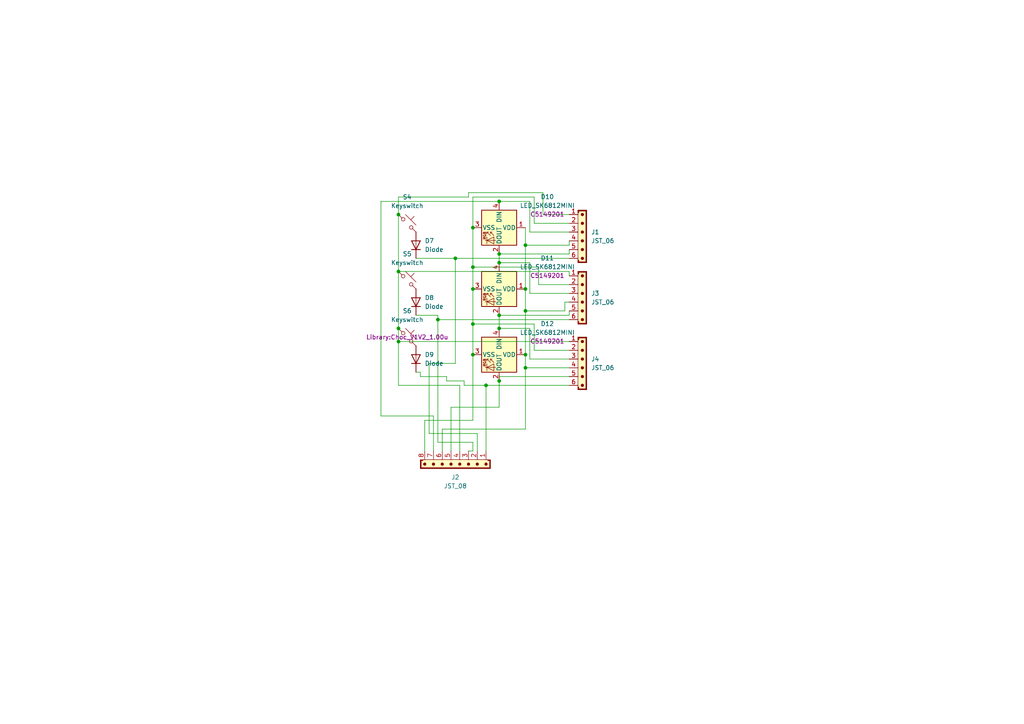
<source format=kicad_sch>
(kicad_sch (version 20250114) (generator "eeschema") (generator_version "9.0")
  (paper "A4")
  (lib_symbols
    (symbol "PCM_SL_Connectors:JST_06"
      (property "Reference" "J" (at 0 12.7 0))
      (property "Value" "JST_06" (at 0 10.16 0))
      (symbol "JST_06_0_1"
        (rectangle (start -1.27 7.62) (end 1.27 -7.62) (fill (type background)))
        (polyline (pts (xy -1.27 -6.858) (xy -1.27 -7.62) (xy 1.27 -7.62) (xy 1.27 -6.858) (xy 1.016 -6.858) (xy 1.016 -7.366) (xy -1.016 -7.366) (xy -1.016 -6.858) (xy -1.27 -6.858)) (fill (type outline)))
        (circle (center 0 6.35) (radius 0.381) (fill (type outline)))
        (circle (center 0 3.81) (radius 0.381) (fill (type outline)))
        (circle (center 0 1.27) (radius 0.381) (fill (type outline)))
        (circle (center 0 -1.27) (radius 0.381) (fill (type outline)))
        (circle (center 0 -3.81) (radius 0.381) (fill (type outline)))
        (circle (center 0 -6.35) (radius 0.381) (fill (type outline)))
        (rectangle (start 1.016 -6.858) (end 1.27 6.858) (fill (type outline)))
        (rectangle (start 1.016 -6.858) (end 1.27 -6.858))
        (polyline (pts (xy 1.27 6.858) (xy 1.27 7.62) (xy -1.27 7.62) (xy -1.27 6.858) (xy -1.016 6.858) (xy -1.016 7.366) (xy 1.016 7.366) (xy 1.016 6.858) (xy 1.27 6.858)) (fill (type outline)))
      )
      (symbol "JST_06_1_1"
        (pin passive line (at -3.81 6.35 0) (length 2.54) (name "") (number "1"))
        (pin passive line (at -3.81 3.81 0) (length 2.54) (name "") (number "2"))
        (pin passive line (at -3.81 1.27 0) (length 2.54) (name "") (number "3"))
        (pin passive line (at -3.81 -1.27 0) (length 2.54) (name "") (number "4"))
        (pin passive line (at -3.81 -3.81 0) (length 2.54) (name "") (number "5"))
        (pin passive line (at -3.81 -6.35 0) (length 2.54) (name "") (number "6"))
      )
    )
    (symbol "PCM_SL_Connectors:JST_08"
      (property "Reference" "J" (at 0 15.24 0))
      (property "Value" "JST_08" (at 0 12.7 0))
      (symbol "JST_08_0_1"
        (rectangle (start -1.27 10.16) (end 1.27 -10.16) (fill (type background)))
        (polyline (pts (xy -1.27 -9.398) (xy -1.27 -10.16) (xy 1.27 -10.16) (xy 1.27 -9.398) (xy 1.016 -9.398) (xy 1.016 -9.906) (xy -1.016 -9.906) (xy -1.016 -9.398) (xy -1.27 -9.398)) (fill (type outline)))
        (circle (center 0 8.89) (radius 0.381) (fill (type outline)))
        (circle (center 0 6.35) (radius 0.381) (fill (type outline)))
        (circle (center 0 3.81) (radius 0.381) (fill (type outline)))
        (circle (center 0 1.27) (radius 0.381) (fill (type outline)))
        (circle (center 0 -1.27) (radius 0.381) (fill (type outline)))
        (circle (center 0 -3.81) (radius 0.381) (fill (type outline)))
        (circle (center 0 -6.35) (radius 0.381) (fill (type outline)))
        (circle (center 0 -8.89) (radius 0.381) (fill (type outline)))
        (rectangle (start 1.016 9.398) (end 1.27 -9.398) (fill (type outline)))
        (rectangle (start 1.016 -4.318) (end 1.27 -4.318))
        (polyline (pts (xy 1.27 9.398) (xy 1.27 10.16) (xy -1.27 10.16) (xy -1.27 9.398) (xy -1.016 9.398) (xy -1.016 9.906) (xy 1.016 9.906) (xy 1.016 9.398) (xy 1.27 9.398)) (fill (type outline)))
      )
      (symbol "JST_08_1_1"
        (pin passive line (at -3.81 8.89 0) (length 2.54) (name "") (number "1"))
        (pin passive line (at -3.81 6.35 0) (length 2.54) (name "") (number "2"))
        (pin passive line (at -3.81 3.81 0) (length 2.54) (name "") (number "3"))
        (pin passive line (at -3.81 1.27 0) (length 2.54) (name "") (number "4"))
        (pin passive line (at -3.81 -1.27 0) (length 2.54) (name "") (number "5"))
        (pin passive line (at -3.81 -3.81 0) (length 2.54) (name "") (number "6"))
        (pin passive line (at -3.81 -6.35 0) (length 2.54) (name "") (number "7"))
        (pin passive line (at -3.81 -8.89 0) (length 2.54) (name "") (number "8"))
      )
    )
    (symbol "ScottoKeebs:LED_SK6812MINI" (pin_names (offset 0.254))
      (property "Reference" "D" (at 2.032 5.588 0))
      (property "Value" "LED_SK6812MINI" (at 1.27 -5.715 0))
      (property "LCSC" "C5149201" (at 0 0 0))
      (symbol "LED_SK6812MINI_0_0"
        (text "RGB" (at 2.286 -4.191 0) (effects (font (size 0.762 0.762))))
      )
      (symbol "LED_SK6812MINI_0_1"
        (rectangle (start -5.08 5.08) (end 5.08 -5.08) (stroke (width 0.254)) (fill (type background)))
        (polyline (pts (xy 1.27 -2.54) (xy 1.778 -2.54)))
        (polyline (pts (xy 1.27 -3.556) (xy 1.778 -3.556)))
        (polyline (pts (xy 2.286 -1.524) (xy 1.27 -2.54) (xy 1.27 -2.032)))
        (polyline (pts (xy 2.286 -2.54) (xy 1.27 -3.556) (xy 1.27 -3.048)))
        (polyline (pts (xy 3.683 -1.016) (xy 3.683 -3.556) (xy 3.683 -4.064)))
        (polyline (pts (xy 4.699 -1.524) (xy 2.667 -1.524) (xy 3.683 -3.556) (xy 4.699 -1.524)))
        (polyline (pts (xy 4.699 -3.556) (xy 2.667 -3.556)))
      )
      (symbol "LED_SK6812MINI_1_1"
        (pin input line (at -7.62 0 0) (length 2.54) (name "DIN") (number "4"))
        (pin power_in line (at 0 7.62 270) (length 2.54) (name "VDD") (number "1"))
        (pin power_in line (at 0 -7.62 90) (length 2.54) (name "VSS") (number "3"))
        (pin output line (at 7.62 0 180) (length 2.54) (name "DOUT") (number "2"))
      )
    )
    (symbol "ScottoKeebs:Placeholder_Diode" (pin_numbers (hide yes)) (pin_names (hide yes))
      (property "Reference" "D" (at 0 2.54 0))
      (property "Value" "Diode" (at 0 -2.54 0))
      (symbol "Placeholder_Diode_0_1"
        (polyline (pts (xy -1.27 1.27) (xy -1.27 -1.27)) (stroke (width 0.254)))
        (polyline (pts (xy 1.27 1.27) (xy 1.27 -1.27) (xy -1.27 0) (xy 1.27 1.27)) (stroke (width 0.254)))
        (polyline (pts (xy 1.27 0) (xy -1.27 0)))
      )
      (symbol "Placeholder_Diode_1_1"
        (pin passive line (at -3.81 0 0) (length 2.54) (name "K") (number "1"))
        (pin passive line (at 3.81 0 180) (length 2.54) (name "A") (number "2"))
      )
    )
    (symbol "ScottoKeebs:Placeholder_Keyswitch" (pin_numbers (hide yes)) (pin_names (offset 1.016) (hide yes))
      (property "Reference" "S" (at 3.048 1.016 0))
      (property "Value" "Keyswitch" (at 0 -3.81 0))
      (symbol "Placeholder_Keyswitch_0_1"
        (polyline (pts (xy -2.54 2.54) (xy -1.524 1.524) (xy -1.524 1.524)))
        (circle (center -1.1684 1.1684) (radius 0.508))
        (polyline (pts (xy -0.508 2.54) (xy 2.54 -0.508)))
        (polyline (pts (xy 1.016 1.016) (xy 2.032 2.032)))
        (circle (center 1.143 -1.1938) (radius 0.508))
        (polyline (pts (xy 1.524 -1.524) (xy 2.54 -2.54) (xy 2.54 -2.54) (xy 2.54 -2.54)))
        (pin passive line (at -2.54 2.54 0) (length 0) (name "1") (number "1"))
        (pin passive line (at 2.54 -2.54 180) (length 0) (name "2") (number "2"))
      )
    )
  )
  (junction (at 137.16 77.47))
  (junction (at 132.08 74.93))
  (junction (at 115.57 62.23))
  (junction (at 137.16 83.82))
  (junction (at 144.78 76.2))
  (junction (at 144.78 58.42))
  (junction (at 152.4 106.68))
  (junction (at 152.4 90.17))
  (junction (at 152.4 83.82))
  (junction (at 144.78 91.44))
  (junction (at 144.78 110.49))
  (junction (at 115.57 95.25))
  (junction (at 115.57 78.74))
  (junction (at 144.78 73.66))
  (junction (at 152.4 102.87))
  (junction (at 152.4 71.12))
  (junction (at 137.16 102.87))
  (junction (at 137.16 93.98))
  (junction (at 137.16 66.04))
  (junction (at 140.97 111.76))
  (junction (at 115.57 99.06))
  (junction (at 144.78 95.25))
  (junction (at 127 92.71))
  (wire (pts (xy 163.83 90.17) (xy 163.83 87.63)))
  (wire (pts (xy 125.73 120.65) (xy 125.73 130.81)))
  (wire (pts (xy 115.57 78.74) (xy 115.57 95.25)))
  (wire (pts (xy 110.49 58.42) (xy 110.49 120.65)))
  (wire (pts (xy 152.4 83.82) (xy 152.4 90.17)))
  (wire (pts (xy 144.78 91.44) (xy 165.1 91.44)))
  (wire (pts (xy 165.1 104.14) (xy 153.67 104.14)))
  (wire (pts (xy 140.97 111.76) (xy 165.1 111.76)))
  (wire (pts (xy 130.81 118.11) (xy 130.81 130.81)))
  (wire (pts (xy 115.57 62.23) (xy 115.57 57.15)))
  (wire (pts (xy 137.16 77.47) (xy 156.21 77.47)))
  (wire (pts (xy 153.67 67.31) (xy 165.1 67.31)))
  (wire (pts (xy 163.83 87.63) (xy 165.1 87.63)))
  (wire (pts (xy 115.57 62.23) (xy 115.57 78.74)))
  (wire (pts (xy 157.48 55.88) (xy 157.48 62.23)))
  (wire (pts (xy 138.43 125.73) (xy 138.43 130.81)))
  (wire (pts (xy 120.65 107.95) (xy 121.92 107.95)))
  (wire (pts (xy 121.92 107.95) (xy 121.92 109.22)))
  (wire (pts (xy 154.94 57.15) (xy 137.16 57.15)))
  (wire (pts (xy 152.4 71.12) (xy 165.1 71.12)))
  (wire (pts (xy 152.4 90.17) (xy 152.4 102.87)))
  (wire (pts (xy 165.1 78.74) (xy 165.1 80.01)))
  (wire (pts (xy 153.67 76.2) (xy 144.78 76.2)))
  (wire (pts (xy 165.1 85.09) (xy 153.67 85.09)))
  (wire (pts (xy 128.27 124.46) (xy 128.27 130.81)))
  (wire (pts (xy 165.1 64.77) (xy 154.94 64.77)))
  (wire (pts (xy 154.94 93.98) (xy 137.16 93.98)))
  (wire (pts (xy 127 91.44) (xy 127 92.71)))
  (wire (pts (xy 152.4 71.12) (xy 152.4 83.82)))
  (wire (pts (xy 156.21 77.47) (xy 156.21 82.55)))
  (wire (pts (xy 137.16 128.27) (xy 137.16 130.81)))
  (wire (pts (xy 127 92.71) (xy 127 128.27)))
  (wire (pts (xy 115.57 95.25) (xy 115.57 99.06)))
  (wire (pts (xy 135.89 55.88) (xy 157.48 55.88)))
  (wire (pts (xy 157.48 62.23) (xy 165.1 62.23)))
  (wire (pts (xy 134.62 111.76) (xy 140.97 111.76)))
  (wire (pts (xy 153.67 95.25) (xy 144.78 95.25)))
  (wire (pts (xy 144.78 110.49) (xy 144.78 118.11)))
  (wire (pts (xy 124.46 125.73) (xy 138.43 125.73)))
  (wire (pts (xy 124.46 105.41) (xy 124.46 125.73)))
  (wire (pts (xy 135.89 57.15) (xy 135.89 55.88)))
  (wire (pts (xy 137.16 130.81) (xy 135.89 130.81)))
  (wire (pts (xy 137.16 66.04) (xy 137.16 77.47)))
  (wire (pts (xy 144.78 109.22) (xy 144.78 110.49)))
  (wire (pts (xy 132.08 74.93) (xy 132.08 105.41)))
  (wire (pts (xy 165.1 71.12) (xy 165.1 69.85)))
  (wire (pts (xy 154.94 64.77) (xy 154.94 57.15)))
  (wire (pts (xy 123.19 121.92) (xy 123.19 130.81)))
  (wire (pts (xy 144.78 91.44) (xy 144.78 95.25)))
  (wire (pts (xy 115.57 99.06) (xy 115.57 111.76)))
  (wire (pts (xy 144.78 58.42) (xy 153.67 58.42)))
  (wire (pts (xy 129.54 110.49) (xy 134.62 110.49)))
  (wire (pts (xy 121.92 109.22) (xy 129.54 109.22)))
  (wire (pts (xy 165.1 91.44) (xy 165.1 90.17)))
  (wire (pts (xy 152.4 106.68) (xy 152.4 124.46)))
  (wire (pts (xy 127 128.27) (xy 137.16 128.27)))
  (wire (pts (xy 110.49 58.42) (xy 144.78 58.42)))
  (wire (pts (xy 137.16 102.87) (xy 137.16 121.92)))
  (wire (pts (xy 120.65 91.44) (xy 127 91.44)))
  (wire (pts (xy 144.78 73.66) (xy 165.1 73.66)))
  (wire (pts (xy 120.65 74.93) (xy 132.08 74.93)))
  (wire (pts (xy 152.4 106.68) (xy 165.1 106.68)))
  (wire (pts (xy 134.62 111.76) (xy 134.62 110.49)))
  (wire (pts (xy 152.4 102.87) (xy 152.4 106.68)))
  (wire (pts (xy 115.57 78.74) (xy 165.1 78.74)))
  (wire (pts (xy 127 92.71) (xy 165.1 92.71)))
  (wire (pts (xy 153.67 58.42) (xy 153.67 67.31)))
  (wire (pts (xy 128.27 124.46) (xy 152.4 124.46)))
  (wire (pts (xy 132.08 74.93) (xy 165.1 74.93)))
  (wire (pts (xy 140.97 111.76) (xy 140.97 130.81)))
  (wire (pts (xy 132.08 105.41) (xy 124.46 105.41)))
  (wire (pts (xy 130.81 118.11) (xy 144.78 118.11)))
  (wire (pts (xy 156.21 82.55) (xy 165.1 82.55)))
  (wire (pts (xy 154.94 101.6) (xy 154.94 93.98)))
  (wire (pts (xy 137.16 77.47) (xy 137.16 83.82)))
  (wire (pts (xy 165.1 109.22) (xy 144.78 109.22)))
  (wire (pts (xy 153.67 104.14) (xy 153.67 95.25)))
  (wire (pts (xy 137.16 57.15) (xy 137.16 66.04)))
  (wire (pts (xy 144.78 73.66) (xy 144.78 76.2)))
  (wire (pts (xy 137.16 121.92) (xy 123.19 121.92)))
  (wire (pts (xy 152.4 66.04) (xy 152.4 71.12)))
  (wire (pts (xy 133.35 111.76) (xy 133.35 130.81)))
  (wire (pts (xy 115.57 111.76) (xy 133.35 111.76)))
  (wire (pts (xy 152.4 90.17) (xy 163.83 90.17)))
  (wire (pts (xy 165.1 101.6) (xy 154.94 101.6)))
  (wire (pts (xy 129.54 109.22) (xy 129.54 110.49)))
  (wire (pts (xy 115.57 99.06) (xy 165.1 99.06)))
  (wire (pts (xy 137.16 83.82) (xy 137.16 93.98)))
  (wire (pts (xy 115.57 57.15) (xy 135.89 57.15)))
  (wire (pts (xy 110.49 120.65) (xy 125.73 120.65)))
  (wire (pts (xy 165.1 73.66) (xy 165.1 72.39)))
  (wire (pts (xy 153.67 85.09) (xy 153.67 76.2)))
  (wire (pts (xy 137.16 93.98) (xy 137.16 102.87)))
  (symbol (lib_id "ScottoKeebs:Placeholder_Diode") (at 120.65 71.12 90) (unit 1)
    (property "Reference" "D7" (at 123.19 69.8499 90) (effects (justify right)))
    (property "Value" "Diode" (at 123.19 72.3899 90) (effects (justify right)))
    (property "Footprint" "Library:DualDiode" (effects (hide yes)))
    (property "Description" "1N4148 (DO-35) or 1N4148W (SOD-123)" (effects (hide yes)))
    (property "Sim.Device" "D" (effects (hide yes)))
    (property "Sim.Pins" "1=K 2=A" (effects (hide yes)))
  )
  (symbol (lib_id "ScottoKeebs:Placeholder_Keyswitch") (at 118.11 81.28 0) (unit 1)
    (property "Reference" "S5" (at 118.11 73.66 0))
    (property "Value" "Keyswitch" (at 118.11 76.2 0))
    (property "Footprint" "Library:Choc_V1V2_1.00u" (effects (hide yes)))
    (property "Description" "Push button switch, normally open, two pins, 45° tilted" (effects (hide yes)))
  )
  (symbol (lib_id "PCM_SL_Connectors:JST_08") (at 132.08 134.62 270) (unit 1)
    (property "Reference" "J2" (at 132.08 138.43 90))
    (property "Value" "JST_08" (at 132.08 140.97 90))
    (property "Footprint" "Library:JST_EH_B8B-EH-A_1x08_P2.50mm_Vertical" (effects (hide yes)))
    (property "Description" "JST Connector  8 pins" (effects (hide yes)))
  )
  (symbol (lib_id "ScottoKeebs:Placeholder_Keyswitch") (at 118.11 64.77 0) (unit 1)
    (property "Reference" "S4" (at 118.11 57.15 0))
    (property "Value" "Keyswitch" (at 118.11 59.69 0))
    (property "Footprint" "Library:Choc_V1V2_1.00u" (effects (hide yes)))
    (property "Description" "Push button switch, normally open, two pins, 45° tilted" (effects (hide yes)))
  )
  (symbol (lib_id "PCM_SL_Connectors:JST_06") (at 168.91 86.36 0) (unit 1)
    (property "Reference" "J3" (at 171.45 85.0899 0) (effects (justify left)))
    (property "Value" "JST_06" (at 171.45 87.6299 0) (effects (justify left)))
    (property "Footprint" "Library:6pin" (effects (hide yes)))
    (property "Description" "JST Connector  6 pins" (effects (hide yes)))
  )
  (symbol (lib_id "ScottoKeebs:LED_SK6812MINI") (at 144.78 83.82 270) (unit 1)
    (property "Reference" "D11" (at 158.75 74.8598 90))
    (property "Value" "LED_SK6812MINI" (at 158.75 77.3998 90))
    (property "Footprint" "Library:SK6812Mini-E" (effects (hide yes)))
    (property "Datasheet" "https://cdn-shop.adafruit.com/product-files/2686/SK6812MINI_REV.01-1-2.pdf" (effects (hide yes)))
    (property "Description" "RGB LED with integrated controller" (effects (hide yes)))
    (property "LCSC" "C5149201" (at 158.75 79.9398 90))
  )
  (symbol (lib_id "ScottoKeebs:Placeholder_Diode") (at 120.65 87.63 90) (unit 1)
    (property "Reference" "D8" (at 123.19 86.3599 90) (effects (justify right)))
    (property "Value" "Diode" (at 123.19 88.8999 90) (effects (justify right)))
    (property "Footprint" "Library:DualDiode" (effects (hide yes)))
    (property "Description" "1N4148 (DO-35) or 1N4148W (SOD-123)" (effects (hide yes)))
    (property "Sim.Device" "D" (effects (hide yes)))
    (property "Sim.Pins" "1=K 2=A" (effects (hide yes)))
  )
  (symbol (lib_id "PCM_SL_Connectors:JST_06") (at 168.91 68.58 0) (unit 1)
    (property "Reference" "J1" (at 171.45 67.3099 0) (effects (justify left)))
    (property "Value" "JST_06" (at 171.45 69.8499 0) (effects (justify left)))
    (property "Footprint" "Library:6pin" (effects (hide yes)))
    (property "Description" "JST Connector  6 pins" (effects (hide yes)))
  )
  (symbol (lib_id "ScottoKeebs:LED_SK6812MINI") (at 144.78 102.87 270) (unit 1)
    (property "Reference" "D12" (at 158.75 93.9098 90))
    (property "Value" "LED_SK6812MINI" (at 158.75 96.4498 90))
    (property "Footprint" "Library:SK6812Mini-E" (effects (hide yes)))
    (property "Datasheet" "https://cdn-shop.adafruit.com/product-files/2686/SK6812MINI_REV.01-1-2.pdf" (effects (hide yes)))
    (property "Description" "RGB LED with integrated controller" (effects (hide yes)))
    (property "LCSC" "C5149201" (at 158.75 98.9898 90))
  )
  (symbol (lib_id "PCM_SL_Connectors:JST_06") (at 168.91 105.41 0) (unit 1)
    (property "Reference" "J4" (at 171.45 104.1399 0) (effects (justify left)))
    (property "Value" "JST_06" (at 171.45 106.6799 0) (effects (justify left)))
    (property "Footprint" "Library:6pin" (effects (hide yes)))
    (property "Description" "JST Connector  6 pins" (effects (hide yes)))
  )
  (symbol (lib_id "ScottoKeebs:Placeholder_Keyswitch") (at 118.11 97.79 0) (unit 1)
    (property "Reference" "S6" (at 118.11 90.17 0))
    (property "Value" "Keyswitch" (at 118.11 92.71 0))
    (property "Footprint" "Library:Choc_V1V2_1.00u" (at 118.11 97.79 0))
    (property "Description" "Push button switch, normally open, two pins, 45° tilted" (effects (hide yes)))
  )
  (symbol (lib_id "ScottoKeebs:Placeholder_Diode") (at 120.65 104.14 90) (unit 1)
    (property "Reference" "D9" (at 123.19 102.8699 90) (effects (justify right)))
    (property "Value" "Diode" (at 123.19 105.4099 90) (effects (justify right)))
    (property "Footprint" "Library:DualDiode" (effects (hide yes)))
    (property "Description" "1N4148 (DO-35) or 1N4148W (SOD-123)" (effects (hide yes)))
    (property "Sim.Device" "D" (effects (hide yes)))
    (property "Sim.Pins" "1=K 2=A" (effects (hide yes)))
  )
  (symbol (lib_id "ScottoKeebs:LED_SK6812MINI") (at 144.78 66.04 270) (unit 1)
    (property "Reference" "D10" (at 158.75 57.0798 90))
    (property "Value" "LED_SK6812MINI" (at 158.75 59.6198 90))
    (property "Footprint" "Library:SK6812Mini-E" (effects (hide yes)))
    (property "Datasheet" "https://cdn-shop.adafruit.com/product-files/2686/SK6812MINI_REV.01-1-2.pdf" (effects (hide yes)))
    (property "Description" "RGB LED with integrated controller" (effects (hide yes)))
    (property "LCSC" "C5149201" (at 158.75 62.1598 90))
  )
)
</source>
